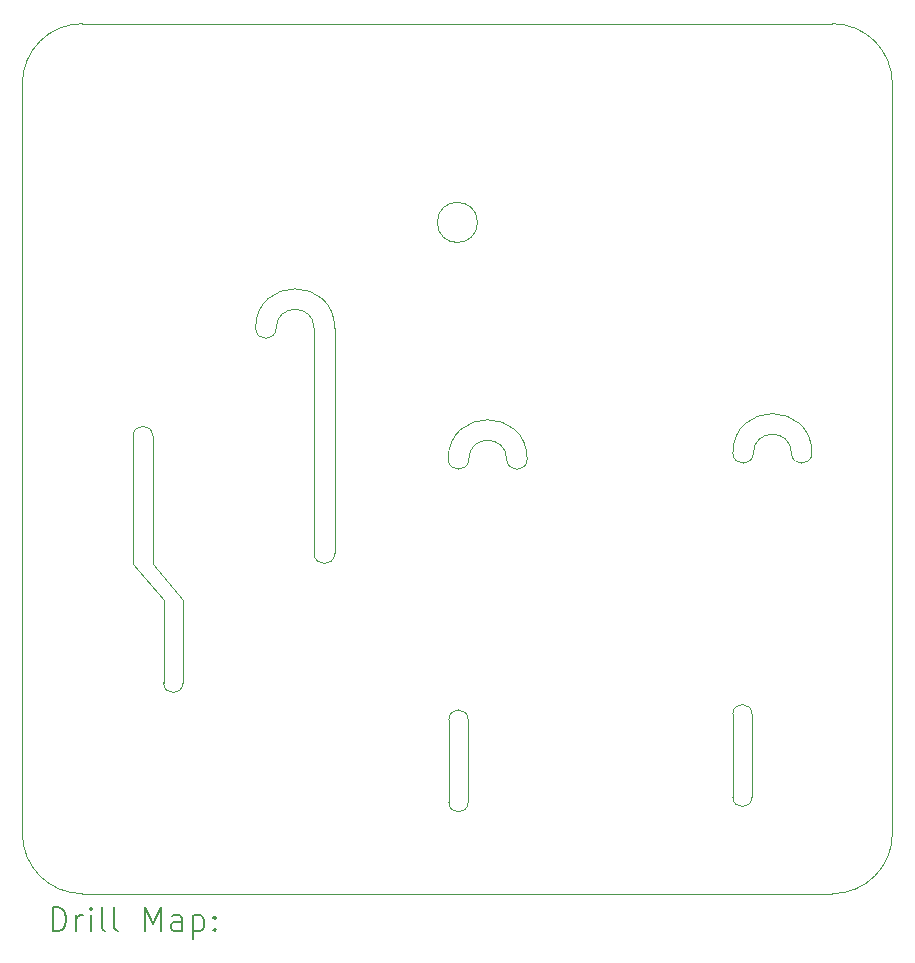
<source format=gbr>
%TF.GenerationSoftware,KiCad,Pcbnew,7.0.10*%
%TF.CreationDate,2024-03-10T12:39:34+01:00*%
%TF.ProjectId,double_relay,646f7562-6c65-45f7-9265-6c61792e6b69,rev?*%
%TF.SameCoordinates,Original*%
%TF.FileFunction,Drillmap*%
%TF.FilePolarity,Positive*%
%FSLAX45Y45*%
G04 Gerber Fmt 4.5, Leading zero omitted, Abs format (unit mm)*
G04 Created by KiCad (PCBNEW 7.0.10) date 2024-03-10 12:39:34*
%MOMM*%
%LPD*%
G01*
G04 APERTURE LIST*
%ADD10C,0.100000*%
%ADD11C,0.200000*%
G04 APERTURE END LIST*
D10*
X6096000Y-2540000D02*
G75*
G03*
X5588000Y-3048000I0J-508000D01*
G01*
X7562747Y-5119340D02*
G75*
G03*
X7736721Y-5118782I86983J1520D01*
G01*
X12954000Y-3048000D02*
G75*
G03*
X12446000Y-2540000I-508000J0D01*
G01*
X6526705Y-7112000D02*
X6783382Y-7421914D01*
X6690355Y-7112000D02*
X6690355Y-6030008D01*
X8232314Y-5118769D02*
X8232314Y-7025974D01*
X9688606Y-6227954D02*
G75*
G03*
X9366989Y-6227692I-160809J-361D01*
G01*
X11765771Y-8386590D02*
X11765771Y-9086590D01*
X6690355Y-6030008D02*
G75*
G03*
X6526705Y-6030008I-81825J0D01*
G01*
X8232313Y-5118769D02*
G75*
G03*
X7562747Y-5119340I-334783J-919D01*
G01*
X12099099Y-6176422D02*
G75*
G03*
X12273069Y-6175864I86981J1522D01*
G01*
X8058340Y-5119327D02*
X8058340Y-7026532D01*
X6690355Y-7112000D02*
X6947032Y-7421914D01*
X11765771Y-8386590D02*
G75*
G03*
X11602121Y-8386590I-81825J0D01*
G01*
X5588000Y-9398000D02*
G75*
G03*
X6096000Y-9906000I508000J0D01*
G01*
X6783382Y-7421914D02*
X6783382Y-8121914D01*
X9193021Y-6227967D02*
G75*
G03*
X9366987Y-6227409I86979J1547D01*
G01*
X11603492Y-6176435D02*
G75*
G03*
X11777476Y-6175877I86988J1535D01*
G01*
X9198471Y-8432331D02*
X9198471Y-9132331D01*
X12954000Y-3048000D02*
X12954000Y-9398000D01*
X9441000Y-4223000D02*
G75*
G03*
X9101000Y-4223000I-170000J0D01*
G01*
X9101000Y-4223000D02*
G75*
G03*
X9441000Y-4223000I170000J0D01*
G01*
X9362121Y-8432331D02*
X9362121Y-9132331D01*
X8058339Y-5119327D02*
G75*
G03*
X7736723Y-5119064I-160808J-369D01*
G01*
X6947032Y-7421914D02*
X6947032Y-8121914D01*
X12273069Y-6175864D02*
G75*
G03*
X11603502Y-6176435I-334783J-920D01*
G01*
X11602121Y-8386590D02*
X11602121Y-9086590D01*
X6783382Y-8121914D02*
G75*
G03*
X6947033Y-8121914I81825J0D01*
G01*
X9198471Y-9132331D02*
G75*
G03*
X9362121Y-9132331I81825J0D01*
G01*
X11602121Y-9086590D02*
G75*
G03*
X11765771Y-9086590I81825J0D01*
G01*
X9688608Y-6227954D02*
G75*
G03*
X9862580Y-6227396I86982J1524D01*
G01*
X9862580Y-6227396D02*
G75*
G03*
X9193013Y-6227967I-334783J-919D01*
G01*
X9362121Y-8432331D02*
G75*
G03*
X9198471Y-8432331I-81825J0D01*
G01*
X6096000Y-2540000D02*
X12446000Y-2540000D01*
X12446000Y-9906000D02*
G75*
G03*
X12954000Y-9398000I0J508000D01*
G01*
X5588000Y-9398000D02*
X5588000Y-3048000D01*
X8058334Y-7026532D02*
G75*
G03*
X8232314Y-7025974I86986J1532D01*
G01*
X12099103Y-6176422D02*
G75*
G03*
X11777478Y-6176160I-160813J-358D01*
G01*
X6526705Y-7112000D02*
X6526705Y-6030008D01*
X12446000Y-9906000D02*
X6096000Y-9906000D01*
D11*
X5843777Y-10222484D02*
X5843777Y-10022484D01*
X5843777Y-10022484D02*
X5891396Y-10022484D01*
X5891396Y-10022484D02*
X5919967Y-10032008D01*
X5919967Y-10032008D02*
X5939015Y-10051055D01*
X5939015Y-10051055D02*
X5948539Y-10070103D01*
X5948539Y-10070103D02*
X5958062Y-10108198D01*
X5958062Y-10108198D02*
X5958062Y-10136770D01*
X5958062Y-10136770D02*
X5948539Y-10174865D01*
X5948539Y-10174865D02*
X5939015Y-10193912D01*
X5939015Y-10193912D02*
X5919967Y-10212960D01*
X5919967Y-10212960D02*
X5891396Y-10222484D01*
X5891396Y-10222484D02*
X5843777Y-10222484D01*
X6043777Y-10222484D02*
X6043777Y-10089150D01*
X6043777Y-10127246D02*
X6053301Y-10108198D01*
X6053301Y-10108198D02*
X6062824Y-10098674D01*
X6062824Y-10098674D02*
X6081872Y-10089150D01*
X6081872Y-10089150D02*
X6100920Y-10089150D01*
X6167586Y-10222484D02*
X6167586Y-10089150D01*
X6167586Y-10022484D02*
X6158062Y-10032008D01*
X6158062Y-10032008D02*
X6167586Y-10041531D01*
X6167586Y-10041531D02*
X6177110Y-10032008D01*
X6177110Y-10032008D02*
X6167586Y-10022484D01*
X6167586Y-10022484D02*
X6167586Y-10041531D01*
X6291396Y-10222484D02*
X6272348Y-10212960D01*
X6272348Y-10212960D02*
X6262824Y-10193912D01*
X6262824Y-10193912D02*
X6262824Y-10022484D01*
X6396158Y-10222484D02*
X6377110Y-10212960D01*
X6377110Y-10212960D02*
X6367586Y-10193912D01*
X6367586Y-10193912D02*
X6367586Y-10022484D01*
X6624729Y-10222484D02*
X6624729Y-10022484D01*
X6624729Y-10022484D02*
X6691396Y-10165341D01*
X6691396Y-10165341D02*
X6758062Y-10022484D01*
X6758062Y-10022484D02*
X6758062Y-10222484D01*
X6939015Y-10222484D02*
X6939015Y-10117722D01*
X6939015Y-10117722D02*
X6929491Y-10098674D01*
X6929491Y-10098674D02*
X6910443Y-10089150D01*
X6910443Y-10089150D02*
X6872348Y-10089150D01*
X6872348Y-10089150D02*
X6853301Y-10098674D01*
X6939015Y-10212960D02*
X6919967Y-10222484D01*
X6919967Y-10222484D02*
X6872348Y-10222484D01*
X6872348Y-10222484D02*
X6853301Y-10212960D01*
X6853301Y-10212960D02*
X6843777Y-10193912D01*
X6843777Y-10193912D02*
X6843777Y-10174865D01*
X6843777Y-10174865D02*
X6853301Y-10155817D01*
X6853301Y-10155817D02*
X6872348Y-10146293D01*
X6872348Y-10146293D02*
X6919967Y-10146293D01*
X6919967Y-10146293D02*
X6939015Y-10136770D01*
X7034253Y-10089150D02*
X7034253Y-10289150D01*
X7034253Y-10098674D02*
X7053301Y-10089150D01*
X7053301Y-10089150D02*
X7091396Y-10089150D01*
X7091396Y-10089150D02*
X7110443Y-10098674D01*
X7110443Y-10098674D02*
X7119967Y-10108198D01*
X7119967Y-10108198D02*
X7129491Y-10127246D01*
X7129491Y-10127246D02*
X7129491Y-10184389D01*
X7129491Y-10184389D02*
X7119967Y-10203436D01*
X7119967Y-10203436D02*
X7110443Y-10212960D01*
X7110443Y-10212960D02*
X7091396Y-10222484D01*
X7091396Y-10222484D02*
X7053301Y-10222484D01*
X7053301Y-10222484D02*
X7034253Y-10212960D01*
X7215205Y-10203436D02*
X7224729Y-10212960D01*
X7224729Y-10212960D02*
X7215205Y-10222484D01*
X7215205Y-10222484D02*
X7205682Y-10212960D01*
X7205682Y-10212960D02*
X7215205Y-10203436D01*
X7215205Y-10203436D02*
X7215205Y-10222484D01*
X7215205Y-10098674D02*
X7224729Y-10108198D01*
X7224729Y-10108198D02*
X7215205Y-10117722D01*
X7215205Y-10117722D02*
X7205682Y-10108198D01*
X7205682Y-10108198D02*
X7215205Y-10098674D01*
X7215205Y-10098674D02*
X7215205Y-10117722D01*
M02*

</source>
